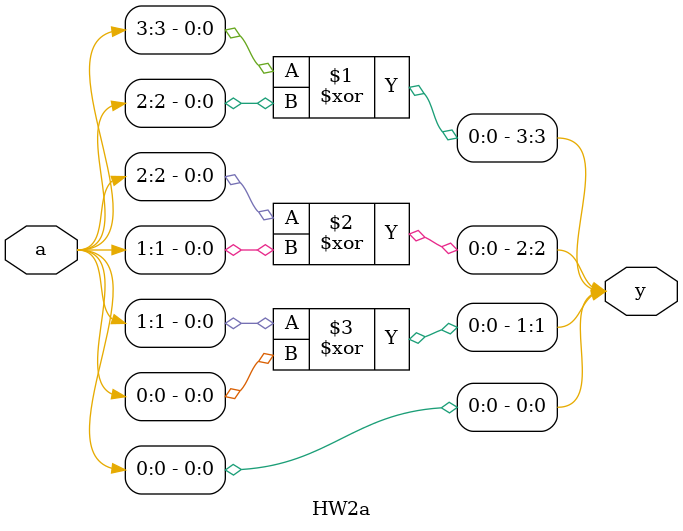
<source format=v>
module HW2a(input [3:0]a, output [3:0]y);

		assign y[3] = a[3]^a[2];
		assign y[2] = a[2]^a[1];
		assign y[1] = a[1]^a[0];
		assign y[0] = a[0];

endmodule



</source>
